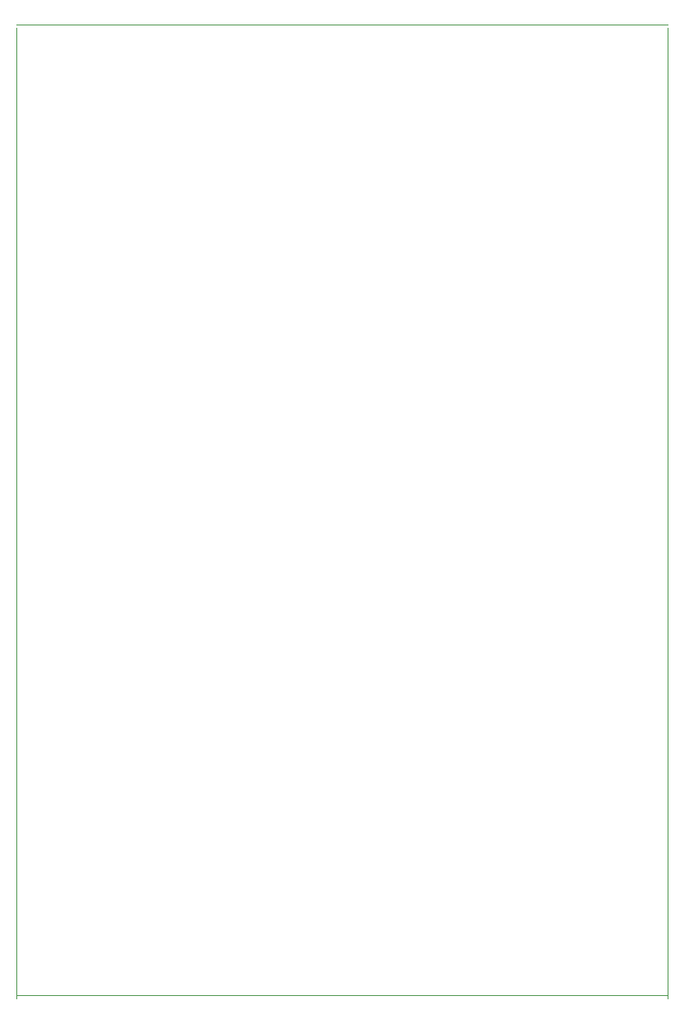
<source format=gbr>
%TF.GenerationSoftware,KiCad,Pcbnew,(6.0.6)*%
%TF.CreationDate,2023-08-03T10:39:42+02:00*%
%TF.ProjectId,SM01,534d3031-2e6b-4696-9361-645f70636258,1.2*%
%TF.SameCoordinates,Original*%
%TF.FileFunction,Profile,NP*%
%FSLAX46Y46*%
G04 Gerber Fmt 4.6, Leading zero omitted, Abs format (unit mm)*
G04 Created by KiCad (PCBNEW (6.0.6)) date 2023-08-03 10:39:42*
%MOMM*%
%LPD*%
G01*
G04 APERTURE LIST*
%TA.AperFunction,Profile*%
%ADD10C,0.050000*%
%TD*%
G04 APERTURE END LIST*
D10*
X13945176Y-117150154D02*
X13945176Y-16820154D01*
X81280000Y-116840000D02*
X13970000Y-116840000D01*
X13970000Y-16510000D02*
X81280000Y-16510000D01*
X81255176Y-16820154D02*
X81255176Y-117150154D01*
M02*

</source>
